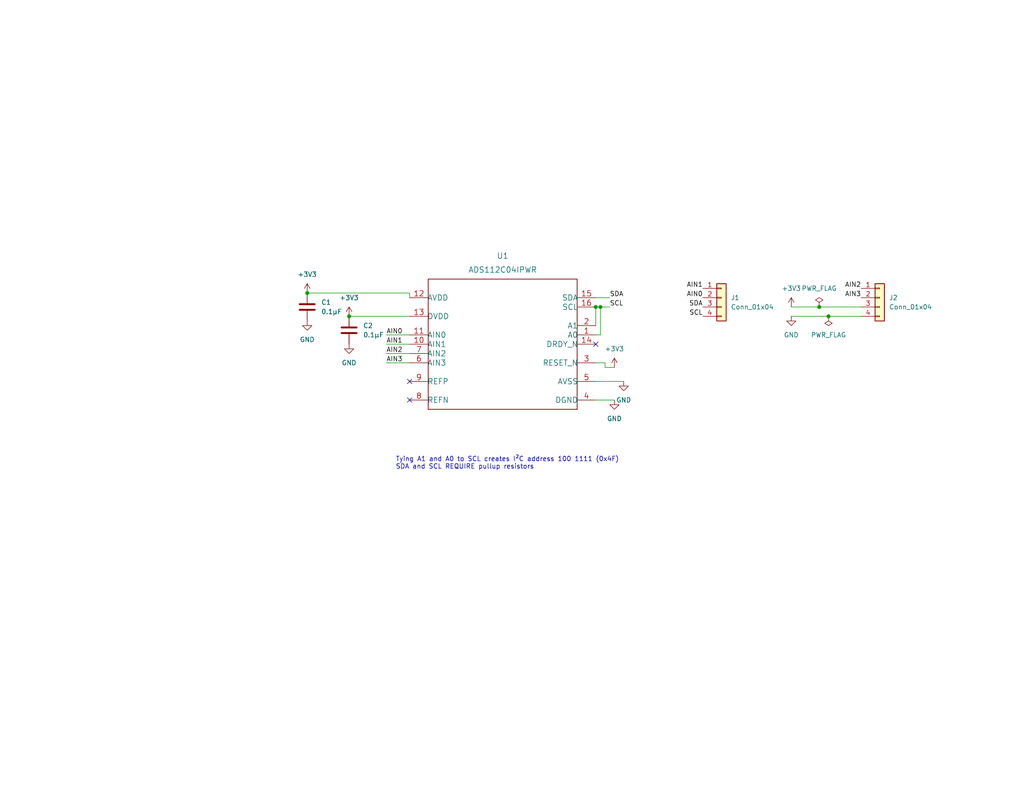
<source format=kicad_sch>
(kicad_sch (version 20211123) (generator eeschema)

  (uuid 7159853a-84fe-4d21-8360-e70e80b8b869)

  (paper "A")

  (title_block
    (date "2022-02-26")
  )

  (lib_symbols
    (symbol "ADS112C04IPWR:ADS112C04IPWR" (pin_names (offset -0.254)) (in_bom yes) (on_board yes)
      (property "Reference" "U" (id 0) (at 0 2.54 0)
        (effects (font (size 1.524 1.524)))
      )
      (property "Value" "ADS112C04IPWR" (id 1) (at 0 0 0)
        (effects (font (size 1.524 1.524)))
      )
      (property "Footprint" "PW0016A_N" (id 2) (at 0 -1.524 0)
        (effects (font (size 1.524 1.524)) hide)
      )
      (property "Datasheet" "" (id 3) (at 0 0 0)
        (effects (font (size 1.524 1.524)))
      )
      (property "ki_locked" "" (id 4) (at 0 0 0)
        (effects (font (size 1.27 1.27)))
      )
      (property "ki_fp_filters" "PW0016A_N PW0016A_M PW0016A_L" (id 5) (at 0 0 0)
        (effects (font (size 1.27 1.27)) hide)
      )
      (symbol "ADS112C04IPWR_1_1"
        (polyline
          (pts
            (xy -20.32 -17.78)
            (xy 20.32 -17.78)
          )
          (stroke (width 0.2032) (type default) (color 0 0 0 0))
          (fill (type none))
        )
        (polyline
          (pts
            (xy -20.32 17.78)
            (xy -20.32 -17.78)
          )
          (stroke (width 0.2032) (type default) (color 0 0 0 0))
          (fill (type none))
        )
        (polyline
          (pts
            (xy 20.32 -17.78)
            (xy 20.32 17.78)
          )
          (stroke (width 0.2032) (type default) (color 0 0 0 0))
          (fill (type none))
        )
        (polyline
          (pts
            (xy 20.32 17.78)
            (xy -20.32 17.78)
          )
          (stroke (width 0.2032) (type default) (color 0 0 0 0))
          (fill (type none))
        )
        (pin input line (at 25.4 2.54 180) (length 5.08)
          (name "A0" (effects (font (size 1.4986 1.4986))))
          (number "1" (effects (font (size 1.4986 1.4986))))
        )
        (pin input line (at -25.4 0 0) (length 5.08)
          (name "AIN1" (effects (font (size 1.4986 1.4986))))
          (number "10" (effects (font (size 1.4986 1.4986))))
        )
        (pin input line (at -25.4 2.54 0) (length 5.08)
          (name "AIN0" (effects (font (size 1.4986 1.4986))))
          (number "11" (effects (font (size 1.4986 1.4986))))
        )
        (pin power_in line (at -25.4 12.7 0) (length 5.08)
          (name "AVDD" (effects (font (size 1.4986 1.4986))))
          (number "12" (effects (font (size 1.4986 1.4986))))
        )
        (pin power_in line (at -25.4 7.62 0) (length 5.08)
          (name "DVDD" (effects (font (size 1.4986 1.4986))))
          (number "13" (effects (font (size 1.4986 1.4986))))
        )
        (pin output line (at 25.4 0 180) (length 5.08)
          (name "DRDY_N" (effects (font (size 1.4986 1.4986))))
          (number "14" (effects (font (size 1.4986 1.4986))))
        )
        (pin bidirectional line (at 25.4 12.7 180) (length 5.08)
          (name "SDA" (effects (font (size 1.4986 1.4986))))
          (number "15" (effects (font (size 1.4986 1.4986))))
        )
        (pin input line (at 25.4 10.16 180) (length 5.08)
          (name "SCL" (effects (font (size 1.4986 1.4986))))
          (number "16" (effects (font (size 1.4986 1.4986))))
        )
        (pin input line (at 25.4 5.08 180) (length 5.08)
          (name "A1" (effects (font (size 1.4986 1.4986))))
          (number "2" (effects (font (size 1.4986 1.4986))))
        )
        (pin input line (at 25.4 -5.08 180) (length 5.08)
          (name "RESET_N" (effects (font (size 1.4986 1.4986))))
          (number "3" (effects (font (size 1.4986 1.4986))))
        )
        (pin power_in line (at 25.4 -15.24 180) (length 5.08)
          (name "DGND" (effects (font (size 1.4986 1.4986))))
          (number "4" (effects (font (size 1.4986 1.4986))))
        )
        (pin power_in line (at 25.4 -10.16 180) (length 5.08)
          (name "AVSS" (effects (font (size 1.4986 1.4986))))
          (number "5" (effects (font (size 1.4986 1.4986))))
        )
        (pin input line (at -25.4 -5.08 0) (length 5.08)
          (name "AIN3" (effects (font (size 1.4986 1.4986))))
          (number "6" (effects (font (size 1.4986 1.4986))))
        )
        (pin input line (at -25.4 -2.54 0) (length 5.08)
          (name "AIN2" (effects (font (size 1.4986 1.4986))))
          (number "7" (effects (font (size 1.4986 1.4986))))
        )
        (pin input line (at -25.4 -15.24 0) (length 5.08)
          (name "REFN" (effects (font (size 1.4986 1.4986))))
          (number "8" (effects (font (size 1.4986 1.4986))))
        )
        (pin input line (at -25.4 -10.16 0) (length 5.08)
          (name "REFP" (effects (font (size 1.4986 1.4986))))
          (number "9" (effects (font (size 1.4986 1.4986))))
        )
      )
    )
    (symbol "Connector_Generic:Conn_01x04" (pin_names (offset 1.016) hide) (in_bom yes) (on_board yes)
      (property "Reference" "J" (id 0) (at 0 5.08 0)
        (effects (font (size 1.27 1.27)))
      )
      (property "Value" "Conn_01x04" (id 1) (at 0 -7.62 0)
        (effects (font (size 1.27 1.27)))
      )
      (property "Footprint" "" (id 2) (at 0 0 0)
        (effects (font (size 1.27 1.27)) hide)
      )
      (property "Datasheet" "~" (id 3) (at 0 0 0)
        (effects (font (size 1.27 1.27)) hide)
      )
      (property "ki_keywords" "connector" (id 4) (at 0 0 0)
        (effects (font (size 1.27 1.27)) hide)
      )
      (property "ki_description" "Generic connector, single row, 01x04, script generated (kicad-library-utils/schlib/autogen/connector/)" (id 5) (at 0 0 0)
        (effects (font (size 1.27 1.27)) hide)
      )
      (property "ki_fp_filters" "Connector*:*_1x??_*" (id 6) (at 0 0 0)
        (effects (font (size 1.27 1.27)) hide)
      )
      (symbol "Conn_01x04_1_1"
        (rectangle (start -1.27 -4.953) (end 0 -5.207)
          (stroke (width 0.1524) (type default) (color 0 0 0 0))
          (fill (type none))
        )
        (rectangle (start -1.27 -2.413) (end 0 -2.667)
          (stroke (width 0.1524) (type default) (color 0 0 0 0))
          (fill (type none))
        )
        (rectangle (start -1.27 0.127) (end 0 -0.127)
          (stroke (width 0.1524) (type default) (color 0 0 0 0))
          (fill (type none))
        )
        (rectangle (start -1.27 2.667) (end 0 2.413)
          (stroke (width 0.1524) (type default) (color 0 0 0 0))
          (fill (type none))
        )
        (rectangle (start -1.27 3.81) (end 1.27 -6.35)
          (stroke (width 0.254) (type default) (color 0 0 0 0))
          (fill (type background))
        )
        (pin passive line (at -5.08 2.54 0) (length 3.81)
          (name "Pin_1" (effects (font (size 1.27 1.27))))
          (number "1" (effects (font (size 1.27 1.27))))
        )
        (pin passive line (at -5.08 0 0) (length 3.81)
          (name "Pin_2" (effects (font (size 1.27 1.27))))
          (number "2" (effects (font (size 1.27 1.27))))
        )
        (pin passive line (at -5.08 -2.54 0) (length 3.81)
          (name "Pin_3" (effects (font (size 1.27 1.27))))
          (number "3" (effects (font (size 1.27 1.27))))
        )
        (pin passive line (at -5.08 -5.08 0) (length 3.81)
          (name "Pin_4" (effects (font (size 1.27 1.27))))
          (number "4" (effects (font (size 1.27 1.27))))
        )
      )
    )
    (symbol "Device:C" (pin_numbers hide) (pin_names (offset 0.254)) (in_bom yes) (on_board yes)
      (property "Reference" "C" (id 0) (at 0.635 2.54 0)
        (effects (font (size 1.27 1.27)) (justify left))
      )
      (property "Value" "C" (id 1) (at 0.635 -2.54 0)
        (effects (font (size 1.27 1.27)) (justify left))
      )
      (property "Footprint" "" (id 2) (at 0.9652 -3.81 0)
        (effects (font (size 1.27 1.27)) hide)
      )
      (property "Datasheet" "~" (id 3) (at 0 0 0)
        (effects (font (size 1.27 1.27)) hide)
      )
      (property "ki_keywords" "cap capacitor" (id 4) (at 0 0 0)
        (effects (font (size 1.27 1.27)) hide)
      )
      (property "ki_description" "Unpolarized capacitor" (id 5) (at 0 0 0)
        (effects (font (size 1.27 1.27)) hide)
      )
      (property "ki_fp_filters" "C_*" (id 6) (at 0 0 0)
        (effects (font (size 1.27 1.27)) hide)
      )
      (symbol "C_0_1"
        (polyline
          (pts
            (xy -2.032 -0.762)
            (xy 2.032 -0.762)
          )
          (stroke (width 0.508) (type default) (color 0 0 0 0))
          (fill (type none))
        )
        (polyline
          (pts
            (xy -2.032 0.762)
            (xy 2.032 0.762)
          )
          (stroke (width 0.508) (type default) (color 0 0 0 0))
          (fill (type none))
        )
      )
      (symbol "C_1_1"
        (pin passive line (at 0 3.81 270) (length 2.794)
          (name "~" (effects (font (size 1.27 1.27))))
          (number "1" (effects (font (size 1.27 1.27))))
        )
        (pin passive line (at 0 -3.81 90) (length 2.794)
          (name "~" (effects (font (size 1.27 1.27))))
          (number "2" (effects (font (size 1.27 1.27))))
        )
      )
    )
    (symbol "power:+3.3V" (power) (pin_names (offset 0)) (in_bom yes) (on_board yes)
      (property "Reference" "#PWR" (id 0) (at 0 -3.81 0)
        (effects (font (size 1.27 1.27)) hide)
      )
      (property "Value" "+3.3V" (id 1) (at 0 3.556 0)
        (effects (font (size 1.27 1.27)))
      )
      (property "Footprint" "" (id 2) (at 0 0 0)
        (effects (font (size 1.27 1.27)) hide)
      )
      (property "Datasheet" "" (id 3) (at 0 0 0)
        (effects (font (size 1.27 1.27)) hide)
      )
      (property "ki_keywords" "power-flag" (id 4) (at 0 0 0)
        (effects (font (size 1.27 1.27)) hide)
      )
      (property "ki_description" "Power symbol creates a global label with name \"+3.3V\"" (id 5) (at 0 0 0)
        (effects (font (size 1.27 1.27)) hide)
      )
      (symbol "+3.3V_0_1"
        (polyline
          (pts
            (xy -0.762 1.27)
            (xy 0 2.54)
          )
          (stroke (width 0) (type default) (color 0 0 0 0))
          (fill (type none))
        )
        (polyline
          (pts
            (xy 0 0)
            (xy 0 2.54)
          )
          (stroke (width 0) (type default) (color 0 0 0 0))
          (fill (type none))
        )
        (polyline
          (pts
            (xy 0 2.54)
            (xy 0.762 1.27)
          )
          (stroke (width 0) (type default) (color 0 0 0 0))
          (fill (type none))
        )
      )
      (symbol "+3.3V_1_1"
        (pin power_in line (at 0 0 90) (length 0) hide
          (name "+3V3" (effects (font (size 1.27 1.27))))
          (number "1" (effects (font (size 1.27 1.27))))
        )
      )
    )
    (symbol "power:GND" (power) (pin_names (offset 0)) (in_bom yes) (on_board yes)
      (property "Reference" "#PWR" (id 0) (at 0 -6.35 0)
        (effects (font (size 1.27 1.27)) hide)
      )
      (property "Value" "GND" (id 1) (at 0 -3.81 0)
        (effects (font (size 1.27 1.27)))
      )
      (property "Footprint" "" (id 2) (at 0 0 0)
        (effects (font (size 1.27 1.27)) hide)
      )
      (property "Datasheet" "" (id 3) (at 0 0 0)
        (effects (font (size 1.27 1.27)) hide)
      )
      (property "ki_keywords" "power-flag" (id 4) (at 0 0 0)
        (effects (font (size 1.27 1.27)) hide)
      )
      (property "ki_description" "Power symbol creates a global label with name \"GND\" , ground" (id 5) (at 0 0 0)
        (effects (font (size 1.27 1.27)) hide)
      )
      (symbol "GND_0_1"
        (polyline
          (pts
            (xy 0 0)
            (xy 0 -1.27)
            (xy 1.27 -1.27)
            (xy 0 -2.54)
            (xy -1.27 -1.27)
            (xy 0 -1.27)
          )
          (stroke (width 0) (type default) (color 0 0 0 0))
          (fill (type none))
        )
      )
      (symbol "GND_1_1"
        (pin power_in line (at 0 0 270) (length 0) hide
          (name "GND" (effects (font (size 1.27 1.27))))
          (number "1" (effects (font (size 1.27 1.27))))
        )
      )
    )
    (symbol "power:PWR_FLAG" (power) (pin_numbers hide) (pin_names (offset 0) hide) (in_bom yes) (on_board yes)
      (property "Reference" "#FLG" (id 0) (at 0 1.905 0)
        (effects (font (size 1.27 1.27)) hide)
      )
      (property "Value" "PWR_FLAG" (id 1) (at 0 3.81 0)
        (effects (font (size 1.27 1.27)))
      )
      (property "Footprint" "" (id 2) (at 0 0 0)
        (effects (font (size 1.27 1.27)) hide)
      )
      (property "Datasheet" "~" (id 3) (at 0 0 0)
        (effects (font (size 1.27 1.27)) hide)
      )
      (property "ki_keywords" "power-flag" (id 4) (at 0 0 0)
        (effects (font (size 1.27 1.27)) hide)
      )
      (property "ki_description" "Special symbol for telling ERC where power comes from" (id 5) (at 0 0 0)
        (effects (font (size 1.27 1.27)) hide)
      )
      (symbol "PWR_FLAG_0_0"
        (pin power_out line (at 0 0 90) (length 0)
          (name "pwr" (effects (font (size 1.27 1.27))))
          (number "1" (effects (font (size 1.27 1.27))))
        )
      )
      (symbol "PWR_FLAG_0_1"
        (polyline
          (pts
            (xy 0 0)
            (xy 0 1.27)
            (xy -1.016 1.905)
            (xy 0 2.54)
            (xy 1.016 1.905)
            (xy 0 1.27)
          )
          (stroke (width 0) (type default) (color 0 0 0 0))
          (fill (type none))
        )
      )
    )
  )

  (junction (at 95.25 86.36) (diameter 0) (color 0 0 0 0)
    (uuid 0b74e936-0859-43e8-92e6-70d6886113e7)
  )
  (junction (at 226.06 86.36) (diameter 0) (color 0 0 0 0)
    (uuid 21846961-2a78-4e46-8242-5b4de77ca82d)
  )
  (junction (at 83.82 80.01) (diameter 0) (color 0 0 0 0)
    (uuid 55488de3-b6f2-42b8-945c-a8a78c4c18a1)
  )
  (junction (at 223.52 83.82) (diameter 0) (color 0 0 0 0)
    (uuid 5b6a8d92-8f02-4344-a7df-ac07f7a6431e)
  )
  (junction (at 163.83 83.82) (diameter 0) (color 0 0 0 0)
    (uuid a6c76784-000d-45ac-88b6-153b15d13d2c)
  )
  (junction (at 162.56 83.82) (diameter 0) (color 0 0 0 0)
    (uuid bae74614-eb55-47d8-82a2-c5df1099d73d)
  )

  (no_connect (at 111.76 104.14) (uuid 1c8bff45-4df4-4df7-8028-c3646cd74fc7))
  (no_connect (at 111.76 109.22) (uuid 1c8bff45-4df4-4df7-8028-c3646cd74fc8))
  (no_connect (at 162.56 93.98) (uuid ae0d7f52-25db-435f-8736-0bdf43070b16))

  (wire (pts (xy 170.18 104.14) (xy 162.56 104.14))
    (stroke (width 0) (type default) (color 0 0 0 0))
    (uuid 024c5982-d7c0-4c1a-8808-f21b1457e07b)
  )
  (wire (pts (xy 163.83 83.82) (xy 166.37 83.82))
    (stroke (width 0) (type default) (color 0 0 0 0))
    (uuid 1c9dd35f-27dd-49f6-8b58-ca301a10ffeb)
  )
  (wire (pts (xy 223.52 83.82) (xy 234.95 83.82))
    (stroke (width 0) (type default) (color 0 0 0 0))
    (uuid 262fe442-673c-4133-92f6-23f6d42651f0)
  )
  (wire (pts (xy 83.82 80.01) (xy 111.76 80.01))
    (stroke (width 0) (type default) (color 0 0 0 0))
    (uuid 28b09ee5-79ea-416c-b172-3b74e9af0025)
  )
  (wire (pts (xy 162.56 99.06) (xy 165.1 99.06))
    (stroke (width 0) (type default) (color 0 0 0 0))
    (uuid 4a264c21-a267-41b7-ac6a-418785299ab4)
  )
  (wire (pts (xy 215.9 83.82) (xy 223.52 83.82))
    (stroke (width 0) (type default) (color 0 0 0 0))
    (uuid 574d7fa3-7eed-44e3-9c8f-b6d95d76d507)
  )
  (wire (pts (xy 162.56 109.22) (xy 167.64 109.22))
    (stroke (width 0) (type default) (color 0 0 0 0))
    (uuid 5a653b44-fc3e-4ff6-be34-7e2ed7d448af)
  )
  (wire (pts (xy 226.06 86.36) (xy 234.95 86.36))
    (stroke (width 0) (type default) (color 0 0 0 0))
    (uuid 5ee97714-8ad8-47a4-bd70-3ebc8406c7b5)
  )
  (wire (pts (xy 162.56 83.82) (xy 163.83 83.82))
    (stroke (width 0) (type default) (color 0 0 0 0))
    (uuid 6dea7163-7e35-412f-8740-64ebbc1b7a9f)
  )
  (wire (pts (xy 111.76 80.01) (xy 111.76 81.28))
    (stroke (width 0) (type default) (color 0 0 0 0))
    (uuid 7bd282e3-2a70-4cac-baf3-c167ababd5e1)
  )
  (wire (pts (xy 105.41 99.06) (xy 111.76 99.06))
    (stroke (width 0) (type default) (color 0 0 0 0))
    (uuid 7f8128f6-1a53-4224-9fde-5207da1f06fb)
  )
  (wire (pts (xy 111.76 93.98) (xy 105.41 93.98))
    (stroke (width 0) (type default) (color 0 0 0 0))
    (uuid 8e24a7d1-bb04-47f0-abda-68a27628df0d)
  )
  (wire (pts (xy 165.1 100.33) (xy 167.64 100.33))
    (stroke (width 0) (type default) (color 0 0 0 0))
    (uuid 902291a3-c058-4bf9-8700-a28596b6c241)
  )
  (wire (pts (xy 226.06 86.36) (xy 215.9 86.36))
    (stroke (width 0) (type default) (color 0 0 0 0))
    (uuid b05d7939-e5b6-444b-93be-6d5b64532563)
  )
  (wire (pts (xy 105.41 96.52) (xy 111.76 96.52))
    (stroke (width 0) (type default) (color 0 0 0 0))
    (uuid b83b72db-2269-4eda-82e8-c9296e5cda76)
  )
  (wire (pts (xy 163.83 83.82) (xy 163.83 91.44))
    (stroke (width 0) (type default) (color 0 0 0 0))
    (uuid c7e834cb-58a3-4baa-a2b3-acf23f9ef588)
  )
  (wire (pts (xy 105.41 91.44) (xy 111.76 91.44))
    (stroke (width 0) (type default) (color 0 0 0 0))
    (uuid cac99bf0-0bd4-43b3-b89d-cd0a98aa8a86)
  )
  (wire (pts (xy 162.56 83.82) (xy 162.56 88.9))
    (stroke (width 0) (type default) (color 0 0 0 0))
    (uuid d0e7d358-e644-427e-81d4-cce48150d609)
  )
  (wire (pts (xy 162.56 91.44) (xy 163.83 91.44))
    (stroke (width 0) (type default) (color 0 0 0 0))
    (uuid dda26709-9540-42e6-9c7d-1d0e3f87b317)
  )
  (wire (pts (xy 95.25 86.36) (xy 111.76 86.36))
    (stroke (width 0) (type default) (color 0 0 0 0))
    (uuid ec9b4bbb-da34-40ec-b29d-fbde353ef75c)
  )
  (wire (pts (xy 162.56 81.28) (xy 166.37 81.28))
    (stroke (width 0) (type default) (color 0 0 0 0))
    (uuid f6f1d471-b8cc-4dd2-9576-d0a262c7b80b)
  )
  (wire (pts (xy 165.1 99.06) (xy 165.1 100.33))
    (stroke (width 0) (type default) (color 0 0 0 0))
    (uuid fd66206b-dc7b-4405-bc3d-e7f565cd6fda)
  )

  (text "Tying A1 and A0 to SCL creates I²C address 100 1111 (0x4F)\nSDA and SCL REQUIRE pullup resistors"
    (at 107.95 128.27 0)
    (effects (font (size 1.27 1.27)) (justify left bottom))
    (uuid d51ba27b-8ed7-4eca-b0be-3ba1363dff58)
  )

  (label "AIN1" (at 105.41 93.98 0)
    (effects (font (size 1.27 1.27)) (justify left bottom))
    (uuid 0bf684cc-0604-4160-bbb7-1e012aef922a)
  )
  (label "AIN1" (at 191.77 78.74 180)
    (effects (font (size 1.27 1.27)) (justify right bottom))
    (uuid 315af6d3-2eeb-4650-b799-43eb602de6a3)
  )
  (label "SCL" (at 191.77 86.36 180)
    (effects (font (size 1.27 1.27)) (justify right bottom))
    (uuid 34abf585-2a0d-4d31-9cd0-232bdce9ca4b)
  )
  (label "AIN2" (at 105.41 96.52 0)
    (effects (font (size 1.27 1.27)) (justify left bottom))
    (uuid 58f60691-8b79-42ad-804c-71e659de30c0)
  )
  (label "SCL" (at 166.37 83.82 0)
    (effects (font (size 1.27 1.27)) (justify left bottom))
    (uuid 5e87e31f-662a-475a-a7b7-f550d499e495)
  )
  (label "SDA" (at 166.37 81.28 0)
    (effects (font (size 1.27 1.27)) (justify left bottom))
    (uuid 763a5187-328d-4bbb-ad5d-b68139ba5fa8)
  )
  (label "AIN3" (at 234.95 81.28 180)
    (effects (font (size 1.27 1.27)) (justify right bottom))
    (uuid 7f5689ad-b4dd-4f21-8812-9619398af1b8)
  )
  (label "AIN3" (at 105.41 99.06 0)
    (effects (font (size 1.27 1.27)) (justify left bottom))
    (uuid 99d273d0-ffea-439a-b2bf-064aa1ff833e)
  )
  (label "AIN0" (at 105.41 91.44 0)
    (effects (font (size 1.27 1.27)) (justify left bottom))
    (uuid ac308145-fd22-4cf7-b414-7e5cf7b03963)
  )
  (label "AIN2" (at 234.95 78.74 180)
    (effects (font (size 1.27 1.27)) (justify right bottom))
    (uuid e1af900d-4d34-4f1c-9cac-0057cfab8079)
  )
  (label "AIN0" (at 191.77 81.28 180)
    (effects (font (size 1.27 1.27)) (justify right bottom))
    (uuid f8004671-2cc2-4341-a861-8c0094c1b830)
  )
  (label "SDA" (at 191.77 83.82 180)
    (effects (font (size 1.27 1.27)) (justify right bottom))
    (uuid f88e30b5-c481-4c1f-82a1-ab27669b85ee)
  )

  (symbol (lib_id "power:GND") (at 83.82 87.63 0) (unit 1)
    (in_bom yes) (on_board yes) (fields_autoplaced)
    (uuid 02275843-5002-4539-8937-0fc976588d20)
    (property "Reference" "#PWR02" (id 0) (at 83.82 93.98 0)
      (effects (font (size 1.27 1.27)) hide)
    )
    (property "Value" "GND" (id 1) (at 83.82 92.71 0))
    (property "Footprint" "" (id 2) (at 83.82 87.63 0)
      (effects (font (size 1.27 1.27)) hide)
    )
    (property "Datasheet" "" (id 3) (at 83.82 87.63 0)
      (effects (font (size 1.27 1.27)) hide)
    )
    (pin "1" (uuid 77bf407e-525a-45d1-b1fb-abf8b1452bef))
  )

  (symbol (lib_id "power:PWR_FLAG") (at 226.06 86.36 180) (unit 1)
    (in_bom yes) (on_board yes) (fields_autoplaced)
    (uuid 16724d33-be57-410b-b652-d3daa52562ad)
    (property "Reference" "#FLG02" (id 0) (at 226.06 88.265 0)
      (effects (font (size 1.27 1.27)) hide)
    )
    (property "Value" "PWR_FLAG" (id 1) (at 226.06 91.44 0))
    (property "Footprint" "" (id 2) (at 226.06 86.36 0)
      (effects (font (size 1.27 1.27)) hide)
    )
    (property "Datasheet" "~" (id 3) (at 226.06 86.36 0)
      (effects (font (size 1.27 1.27)) hide)
    )
    (pin "1" (uuid 68aebd1e-fe34-4393-94da-740175ed1282))
  )

  (symbol (lib_id "power:+3.3V") (at 95.25 86.36 0) (unit 1)
    (in_bom yes) (on_board yes) (fields_autoplaced)
    (uuid 19efec38-65d4-4fba-b6a4-a4fa5c2f9473)
    (property "Reference" "#PWR03" (id 0) (at 95.25 90.17 0)
      (effects (font (size 1.27 1.27)) hide)
    )
    (property "Value" "+3.3V" (id 1) (at 95.25 81.28 0))
    (property "Footprint" "" (id 2) (at 95.25 86.36 0)
      (effects (font (size 1.27 1.27)) hide)
    )
    (property "Datasheet" "" (id 3) (at 95.25 86.36 0)
      (effects (font (size 1.27 1.27)) hide)
    )
    (pin "1" (uuid c0843a7c-e34c-4b1f-8c24-6b1182544459))
  )

  (symbol (lib_id "power:GND") (at 170.18 104.14 0) (unit 1)
    (in_bom yes) (on_board yes) (fields_autoplaced)
    (uuid 3183b767-b4a9-4583-9170-2bd088f2d087)
    (property "Reference" "#PWR07" (id 0) (at 170.18 110.49 0)
      (effects (font (size 1.27 1.27)) hide)
    )
    (property "Value" "GND" (id 1) (at 170.18 109.22 0))
    (property "Footprint" "" (id 2) (at 170.18 104.14 0)
      (effects (font (size 1.27 1.27)) hide)
    )
    (property "Datasheet" "" (id 3) (at 170.18 104.14 0)
      (effects (font (size 1.27 1.27)) hide)
    )
    (pin "1" (uuid 4648de30-4449-48a8-a551-d00c8f1a426d))
  )

  (symbol (lib_id "Connector_Generic:Conn_01x04") (at 240.03 81.28 0) (unit 1)
    (in_bom yes) (on_board yes) (fields_autoplaced)
    (uuid 47527e7e-e54d-4f3f-9442-89d1f3d444a7)
    (property "Reference" "J2" (id 0) (at 242.57 81.2799 0)
      (effects (font (size 1.27 1.27)) (justify left))
    )
    (property "Value" "Conn_01x04" (id 1) (at 242.57 83.8199 0)
      (effects (font (size 1.27 1.27)) (justify left))
    )
    (property "Footprint" "Connector_PinHeader_2.54mm:PinHeader_1x04_P2.54mm_Vertical" (id 2) (at 240.03 81.28 0)
      (effects (font (size 1.27 1.27)) hide)
    )
    (property "Datasheet" "~" (id 3) (at 240.03 81.28 0)
      (effects (font (size 1.27 1.27)) hide)
    )
    (pin "1" (uuid 19773197-8c85-4151-a41b-8e20ef950d5b))
    (pin "2" (uuid 7e5268c2-eb5e-4ce8-8fd0-4a2f23f7b136))
    (pin "3" (uuid 8f6f581a-9d63-46d9-a1b6-4daa100246cd))
    (pin "4" (uuid 22f9b464-6be7-4bdf-8d6e-1035dd05811d))
  )

  (symbol (lib_id "power:GND") (at 167.64 109.22 0) (unit 1)
    (in_bom yes) (on_board yes) (fields_autoplaced)
    (uuid 4fb002d8-8347-4a74-96a8-55ada38c7b36)
    (property "Reference" "#PWR06" (id 0) (at 167.64 115.57 0)
      (effects (font (size 1.27 1.27)) hide)
    )
    (property "Value" "GND" (id 1) (at 167.64 114.3 0))
    (property "Footprint" "" (id 2) (at 167.64 109.22 0)
      (effects (font (size 1.27 1.27)) hide)
    )
    (property "Datasheet" "" (id 3) (at 167.64 109.22 0)
      (effects (font (size 1.27 1.27)) hide)
    )
    (pin "1" (uuid a708afe2-c99b-434b-98a8-36cbd17e1370))
  )

  (symbol (lib_id "power:+3.3V") (at 167.64 100.33 0) (unit 1)
    (in_bom yes) (on_board yes) (fields_autoplaced)
    (uuid 51b36f8c-c953-41fe-b26c-8c76653d1002)
    (property "Reference" "#PWR05" (id 0) (at 167.64 104.14 0)
      (effects (font (size 1.27 1.27)) hide)
    )
    (property "Value" "+3.3V" (id 1) (at 167.64 95.25 0))
    (property "Footprint" "" (id 2) (at 167.64 100.33 0)
      (effects (font (size 1.27 1.27)) hide)
    )
    (property "Datasheet" "" (id 3) (at 167.64 100.33 0)
      (effects (font (size 1.27 1.27)) hide)
    )
    (pin "1" (uuid 312916e4-9d47-432e-8ea3-288cc27e2e27))
  )

  (symbol (lib_id "power:PWR_FLAG") (at 223.52 83.82 0) (unit 1)
    (in_bom yes) (on_board yes) (fields_autoplaced)
    (uuid 5fe9b2aa-1ab4-4a7c-9b3d-ff01c9753b19)
    (property "Reference" "#FLG01" (id 0) (at 223.52 81.915 0)
      (effects (font (size 1.27 1.27)) hide)
    )
    (property "Value" "PWR_FLAG" (id 1) (at 223.52 78.74 0))
    (property "Footprint" "" (id 2) (at 223.52 83.82 0)
      (effects (font (size 1.27 1.27)) hide)
    )
    (property "Datasheet" "~" (id 3) (at 223.52 83.82 0)
      (effects (font (size 1.27 1.27)) hide)
    )
    (pin "1" (uuid 2102ad41-ad35-4cc3-aa2e-8877ecf8551c))
  )

  (symbol (lib_id "power:GND") (at 215.9 86.36 0) (unit 1)
    (in_bom yes) (on_board yes) (fields_autoplaced)
    (uuid 63b8c9ee-7eb1-458e-a262-d6ab22e1a95f)
    (property "Reference" "#PWR09" (id 0) (at 215.9 92.71 0)
      (effects (font (size 1.27 1.27)) hide)
    )
    (property "Value" "GND" (id 1) (at 215.9 91.44 0))
    (property "Footprint" "" (id 2) (at 215.9 86.36 0)
      (effects (font (size 1.27 1.27)) hide)
    )
    (property "Datasheet" "" (id 3) (at 215.9 86.36 0)
      (effects (font (size 1.27 1.27)) hide)
    )
    (pin "1" (uuid b29dc6b5-fc77-4c67-9eba-dbf769b4ef39))
  )

  (symbol (lib_id "ADS112C04IPWR:ADS112C04IPWR") (at 137.16 93.98 0) (unit 1)
    (in_bom yes) (on_board yes) (fields_autoplaced)
    (uuid 712deea3-a97e-4fcc-aa60-7d79ef48643c)
    (property "Reference" "U1" (id 0) (at 137.16 69.85 0)
      (effects (font (size 1.524 1.524)))
    )
    (property "Value" "ADS112C04IPWR" (id 1) (at 137.16 73.66 0)
      (effects (font (size 1.524 1.524)))
    )
    (property "Footprint" "ADS112C04IPWR:ADS112C04IPWR" (id 2) (at 137.16 95.504 0)
      (effects (font (size 1.524 1.524)) hide)
    )
    (property "Datasheet" "" (id 3) (at 137.16 93.98 0)
      (effects (font (size 1.524 1.524)))
    )
    (pin "1" (uuid 4a9b9dbb-e153-45a2-97da-d6c3f347700a))
    (pin "10" (uuid 9f8a4441-3a23-4ef0-a217-d80b67ff730b))
    (pin "11" (uuid 747eb519-701d-4d9a-acd4-ce49b89ba15d))
    (pin "12" (uuid bac375f5-38a6-4c3e-be33-4c97d47ab264))
    (pin "13" (uuid b2dc5369-e161-43e7-a671-7cf5fadc8e64))
    (pin "14" (uuid 01920272-e041-4375-99f1-638719e55a49))
    (pin "15" (uuid 3f06f6d7-8ae2-45ec-a5af-4b13e934f0c4))
    (pin "16" (uuid 0be51d7a-bbb3-4da3-9db3-a7acea6cd981))
    (pin "2" (uuid dc60ad35-52c8-463a-a89c-7db033674f4f))
    (pin "3" (uuid 833bd541-36f9-41ff-97ae-25422ffae7d5))
    (pin "4" (uuid 09a968c0-8b5e-4fa0-a84a-5a8442055f40))
    (pin "5" (uuid cec842b8-4e64-463a-b7a4-5d77b6061bbb))
    (pin "6" (uuid fbcc9d16-4ac2-48e2-8a37-2d6ab7bb31cb))
    (pin "7" (uuid b4d2ec05-1c29-4f19-b5bd-e70025d3e501))
    (pin "8" (uuid ed4114a2-9b84-4821-81bc-7a789f71f79e))
    (pin "9" (uuid 8525f196-f41a-46a2-99d7-b51b7c6c4411))
  )

  (symbol (lib_id "power:+3.3V") (at 215.9 83.82 0) (unit 1)
    (in_bom yes) (on_board yes)
    (uuid 8241073a-f6e2-4d43-96d8-4f6f6cb44b7e)
    (property "Reference" "#PWR08" (id 0) (at 215.9 87.63 0)
      (effects (font (size 1.27 1.27)) hide)
    )
    (property "Value" "+3.3V" (id 1) (at 215.9 78.74 0))
    (property "Footprint" "" (id 2) (at 215.9 83.82 0)
      (effects (font (size 1.27 1.27)) hide)
    )
    (property "Datasheet" "" (id 3) (at 215.9 83.82 0)
      (effects (font (size 1.27 1.27)) hide)
    )
    (pin "1" (uuid ff3db330-68d3-409f-8ce2-6c3298ee9a73))
  )

  (symbol (lib_id "Device:C") (at 95.25 90.17 0) (unit 1)
    (in_bom yes) (on_board yes) (fields_autoplaced)
    (uuid 8970e645-dec0-4dda-87a2-5550ad18ecd7)
    (property "Reference" "C2" (id 0) (at 99.06 88.8999 0)
      (effects (font (size 1.27 1.27)) (justify left))
    )
    (property "Value" "0.1μF" (id 1) (at 99.06 91.4399 0)
      (effects (font (size 1.27 1.27)) (justify left))
    )
    (property "Footprint" "Capacitor_SMD:C_0201_0603Metric_Pad0.64x0.40mm_HandSolder" (id 2) (at 96.2152 93.98 0)
      (effects (font (size 1.27 1.27)) hide)
    )
    (property "Datasheet" "~" (id 3) (at 95.25 90.17 0)
      (effects (font (size 1.27 1.27)) hide)
    )
    (pin "1" (uuid e17bf926-e3bd-4b7e-9541-f8f5cb51cec7))
    (pin "2" (uuid 1363cc73-12f8-4ace-9a7a-37a3c449f98c))
  )

  (symbol (lib_id "power:+3.3V") (at 83.82 80.01 0) (unit 1)
    (in_bom yes) (on_board yes) (fields_autoplaced)
    (uuid 8e6dc559-4009-4f8e-86d4-8ff1aeb728fb)
    (property "Reference" "#PWR01" (id 0) (at 83.82 83.82 0)
      (effects (font (size 1.27 1.27)) hide)
    )
    (property "Value" "+3.3V" (id 1) (at 83.82 74.93 0))
    (property "Footprint" "" (id 2) (at 83.82 80.01 0)
      (effects (font (size 1.27 1.27)) hide)
    )
    (property "Datasheet" "" (id 3) (at 83.82 80.01 0)
      (effects (font (size 1.27 1.27)) hide)
    )
    (pin "1" (uuid 1f2b07df-d04b-4b7e-8736-ac790ba386e1))
  )

  (symbol (lib_id "power:GND") (at 95.25 93.98 0) (unit 1)
    (in_bom yes) (on_board yes) (fields_autoplaced)
    (uuid 94dd523f-5529-4374-bb00-a68226b4e5f7)
    (property "Reference" "#PWR04" (id 0) (at 95.25 100.33 0)
      (effects (font (size 1.27 1.27)) hide)
    )
    (property "Value" "GND" (id 1) (at 95.25 99.06 0))
    (property "Footprint" "" (id 2) (at 95.25 93.98 0)
      (effects (font (size 1.27 1.27)) hide)
    )
    (property "Datasheet" "" (id 3) (at 95.25 93.98 0)
      (effects (font (size 1.27 1.27)) hide)
    )
    (pin "1" (uuid d86e7a34-a836-4c38-8713-2d8156b28352))
  )

  (symbol (lib_id "Device:C") (at 83.82 83.82 0) (unit 1)
    (in_bom yes) (on_board yes) (fields_autoplaced)
    (uuid ae32f0d6-28f3-4cba-a889-c8c4f4e4b03b)
    (property "Reference" "C1" (id 0) (at 87.63 82.5499 0)
      (effects (font (size 1.27 1.27)) (justify left))
    )
    (property "Value" "0.1μF" (id 1) (at 87.63 85.0899 0)
      (effects (font (size 1.27 1.27)) (justify left))
    )
    (property "Footprint" "Capacitor_SMD:C_0201_0603Metric_Pad0.64x0.40mm_HandSolder" (id 2) (at 84.7852 87.63 0)
      (effects (font (size 1.27 1.27)) hide)
    )
    (property "Datasheet" "~" (id 3) (at 83.82 83.82 0)
      (effects (font (size 1.27 1.27)) hide)
    )
    (pin "1" (uuid 024aec87-418d-43e2-982b-d40b3ec576b4))
    (pin "2" (uuid 82379ead-3508-4425-94ba-5e4ce4df8beb))
  )

  (symbol (lib_id "Connector_Generic:Conn_01x04") (at 196.85 81.28 0) (unit 1)
    (in_bom yes) (on_board yes) (fields_autoplaced)
    (uuid b93a6855-9486-4fd6-9a8f-d7cb54c3d686)
    (property "Reference" "J1" (id 0) (at 199.39 81.2799 0)
      (effects (font (size 1.27 1.27)) (justify left))
    )
    (property "Value" "Conn_01x04" (id 1) (at 199.39 83.8199 0)
      (effects (font (size 1.27 1.27)) (justify left))
    )
    (property "Footprint" "Connector_PinHeader_2.54mm:PinHeader_1x04_P2.54mm_Vertical" (id 2) (at 196.85 81.28 0)
      (effects (font (size 1.27 1.27)) hide)
    )
    (property "Datasheet" "~" (id 3) (at 196.85 81.28 0)
      (effects (font (size 1.27 1.27)) hide)
    )
    (pin "1" (uuid 46c066b4-c8ca-421c-a869-715ad7435b90))
    (pin "2" (uuid d7c64c16-8276-47fd-b00d-1ccb08992afc))
    (pin "3" (uuid 36e035d5-2690-4745-9b19-ec2c2d1d9236))
    (pin "4" (uuid 75c33c24-be24-465f-a079-40eab9cdbed3))
  )

  (sheet_instances
    (path "/" (page "1"))
  )

  (symbol_instances
    (path "/5fe9b2aa-1ab4-4a7c-9b3d-ff01c9753b19"
      (reference "#FLG01") (unit 1) (value "PWR_FLAG") (footprint "")
    )
    (path "/16724d33-be57-410b-b652-d3daa52562ad"
      (reference "#FLG02") (unit 1) (value "PWR_FLAG") (footprint "")
    )
    (path "/8e6dc559-4009-4f8e-86d4-8ff1aeb728fb"
      (reference "#PWR01") (unit 1) (value "+3.3V") (footprint "")
    )
    (path "/02275843-5002-4539-8937-0fc976588d20"
      (reference "#PWR02") (unit 1) (value "GND") (footprint "")
    )
    (path "/19efec38-65d4-4fba-b6a4-a4fa5c2f9473"
      (reference "#PWR03") (unit 1) (value "+3.3V") (footprint "")
    )
    (path "/94dd523f-5529-4374-bb00-a68226b4e5f7"
      (reference "#PWR04") (unit 1) (value "GND") (footprint "")
    )
    (path "/51b36f8c-c953-41fe-b26c-8c76653d1002"
      (reference "#PWR05") (unit 1) (value "+3.3V") (footprint "")
    )
    (path "/4fb002d8-8347-4a74-96a8-55ada38c7b36"
      (reference "#PWR06") (unit 1) (value "GND") (footprint "")
    )
    (path "/3183b767-b4a9-4583-9170-2bd088f2d087"
      (reference "#PWR07") (unit 1) (value "GND") (footprint "")
    )
    (path "/8241073a-f6e2-4d43-96d8-4f6f6cb44b7e"
      (reference "#PWR08") (unit 1) (value "+3.3V") (footprint "")
    )
    (path "/63b8c9ee-7eb1-458e-a262-d6ab22e1a95f"
      (reference "#PWR09") (unit 1) (value "GND") (footprint "")
    )
    (path "/ae32f0d6-28f3-4cba-a889-c8c4f4e4b03b"
      (reference "C1") (unit 1) (value "0.1μF") (footprint "Capacitor_SMD:C_0201_0603Metric_Pad0.64x0.40mm_HandSolder")
    )
    (path "/8970e645-dec0-4dda-87a2-5550ad18ecd7"
      (reference "C2") (unit 1) (value "0.1μF") (footprint "Capacitor_SMD:C_0201_0603Metric_Pad0.64x0.40mm_HandSolder")
    )
    (path "/b93a6855-9486-4fd6-9a8f-d7cb54c3d686"
      (reference "J1") (unit 1) (value "Conn_01x04") (footprint "Connector_PinHeader_2.54mm:PinHeader_1x04_P2.54mm_Vertical")
    )
    (path "/47527e7e-e54d-4f3f-9442-89d1f3d444a7"
      (reference "J2") (unit 1) (value "Conn_01x04") (footprint "Connector_PinHeader_2.54mm:PinHeader_1x04_P2.54mm_Vertical")
    )
    (path "/712deea3-a97e-4fcc-aa60-7d79ef48643c"
      (reference "U1") (unit 1) (value "ADS112C04IPWR") (footprint "ADS112C04IPWR:ADS112C04IPWR")
    )
  )
)

</source>
